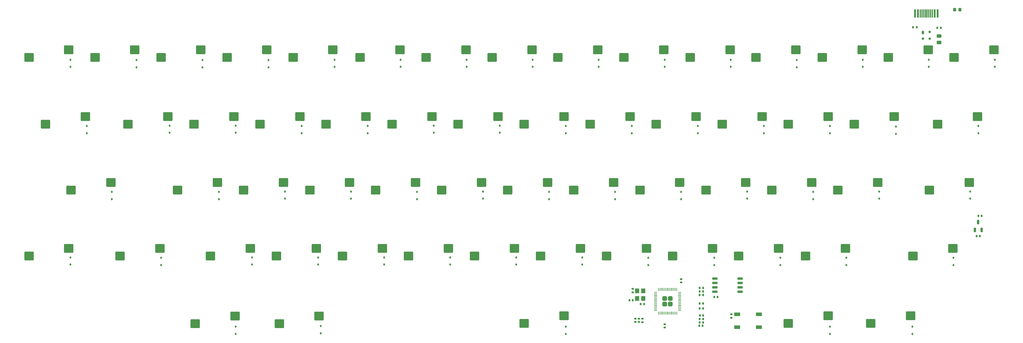
<source format=gbr>
%TF.GenerationSoftware,KiCad,Pcbnew,8.0.7*%
%TF.CreationDate,2025-01-15T11:07:51-06:00*%
%TF.ProjectId,boethia60,626f6574-6869-4613-9630-2e6b69636164,rev?*%
%TF.SameCoordinates,Original*%
%TF.FileFunction,Paste,Top*%
%TF.FilePolarity,Positive*%
%FSLAX46Y46*%
G04 Gerber Fmt 4.6, Leading zero omitted, Abs format (unit mm)*
G04 Created by KiCad (PCBNEW 8.0.7) date 2025-01-15 11:07:51*
%MOMM*%
%LPD*%
G01*
G04 APERTURE LIST*
G04 Aperture macros list*
%AMRoundRect*
0 Rectangle with rounded corners*
0 $1 Rounding radius*
0 $2 $3 $4 $5 $6 $7 $8 $9 X,Y pos of 4 corners*
0 Add a 4 corners polygon primitive as box body*
4,1,4,$2,$3,$4,$5,$6,$7,$8,$9,$2,$3,0*
0 Add four circle primitives for the rounded corners*
1,1,$1+$1,$2,$3*
1,1,$1+$1,$4,$5*
1,1,$1+$1,$6,$7*
1,1,$1+$1,$8,$9*
0 Add four rect primitives between the rounded corners*
20,1,$1+$1,$2,$3,$4,$5,0*
20,1,$1+$1,$4,$5,$6,$7,0*
20,1,$1+$1,$6,$7,$8,$9,0*
20,1,$1+$1,$8,$9,$2,$3,0*%
G04 Aperture macros list end*
%ADD10RoundRect,0.175000X-0.175000X-0.325000X0.175000X-0.325000X0.175000X0.325000X-0.175000X0.325000X0*%
%ADD11RoundRect,0.150000X-0.200000X-0.150000X0.200000X-0.150000X0.200000X0.150000X-0.200000X0.150000X0*%
%ADD12RoundRect,0.150000X0.150000X-0.512500X0.150000X0.512500X-0.150000X0.512500X-0.150000X-0.512500X0*%
%ADD13RoundRect,0.135000X0.185000X-0.135000X0.185000X0.135000X-0.185000X0.135000X-0.185000X-0.135000X0*%
%ADD14RoundRect,0.135000X-0.135000X-0.185000X0.135000X-0.185000X0.135000X0.185000X-0.135000X0.185000X0*%
%ADD15RoundRect,0.135000X0.135000X0.185000X-0.135000X0.185000X-0.135000X-0.185000X0.135000X-0.185000X0*%
%ADD16RoundRect,0.243750X-0.456250X0.243750X-0.456250X-0.243750X0.456250X-0.243750X0.456250X0.243750X0*%
%ADD17RoundRect,0.112500X0.112500X-0.187500X0.112500X0.187500X-0.112500X0.187500X-0.112500X-0.187500X0*%
%ADD18RoundRect,0.260000X-1.065000X-1.040000X1.065000X-1.040000X1.065000X1.040000X-1.065000X1.040000X0*%
%ADD19RoundRect,0.140000X-0.140000X-0.170000X0.140000X-0.170000X0.140000X0.170000X-0.140000X0.170000X0*%
%ADD20RoundRect,0.050000X-0.387500X0.050000X-0.387500X-0.050000X0.387500X-0.050000X0.387500X0.050000X0*%
%ADD21RoundRect,0.050000X-0.050000X0.387500X-0.050000X-0.387500X0.050000X-0.387500X0.050000X0.387500X0*%
%ADD22RoundRect,0.249999X-0.395001X0.395001X-0.395001X-0.395001X0.395001X-0.395001X0.395001X0.395001X0*%
%ADD23R,0.600000X2.450000*%
%ADD24R,0.300000X2.450000*%
%ADD25RoundRect,0.140000X-0.170000X0.140000X-0.170000X-0.140000X0.170000X-0.140000X0.170000X0.140000X0*%
%ADD26R,1.800000X1.100000*%
%ADD27RoundRect,0.140000X0.170000X-0.140000X0.170000X0.140000X-0.170000X0.140000X-0.170000X-0.140000X0*%
%ADD28RoundRect,0.140000X0.140000X0.170000X-0.140000X0.170000X-0.140000X-0.170000X0.140000X-0.170000X0*%
%ADD29R,1.200000X1.400000*%
%ADD30RoundRect,0.218750X-0.218750X-0.256250X0.218750X-0.256250X0.218750X0.256250X-0.218750X0.256250X0*%
%ADD31RoundRect,0.150000X0.650000X0.150000X-0.650000X0.150000X-0.650000X-0.150000X0.650000X-0.150000X0*%
G04 APERTURE END LIST*
D10*
%TO.C,U2*%
X261001000Y-22745000D03*
D11*
X261001000Y-24445000D03*
X263001000Y-24445000D03*
X263001000Y-22545000D03*
%TD*%
D12*
%TO.C,U1*%
X276037000Y-79745000D03*
X277937000Y-79745000D03*
X276987000Y-77470000D03*
%TD*%
D13*
%TO.C,R7*%
X205740000Y-105160000D03*
X205740000Y-104140000D03*
%TD*%
D14*
%TO.C,R6*%
X265197500Y-21336000D03*
X266217500Y-21336000D03*
%TD*%
D15*
%TO.C,R5*%
X259209000Y-21209000D03*
X258189000Y-21209000D03*
%TD*%
D14*
%TO.C,R4*%
X196594000Y-101000000D03*
X197614000Y-101000000D03*
%TD*%
D15*
%TO.C,R3*%
X197614000Y-102500000D03*
X196594000Y-102500000D03*
%TD*%
D14*
%TO.C,R2*%
X179578000Y-101219000D03*
X180598000Y-101219000D03*
%TD*%
D13*
%TO.C,R1*%
X180086000Y-106428000D03*
X180086000Y-105408000D03*
%TD*%
D16*
%TO.C,F1*%
X265684000Y-23703500D03*
X265684000Y-25578500D03*
%TD*%
D17*
%TO.C,D33*%
X210343750Y-70756250D03*
X210343750Y-68656250D03*
%TD*%
D18*
%TO.C,SW32*%
X247957500Y-66050000D03*
X236467500Y-68250000D03*
%TD*%
%TO.C,SW53*%
X86032500Y-85100000D03*
X74542500Y-87300000D03*
%TD*%
D17*
%TO.C,D9*%
X129381250Y-32656250D03*
X129381250Y-30556250D03*
%TD*%
%TO.C,D45*%
X219868750Y-89950000D03*
X219868750Y-87850000D03*
%TD*%
%TO.C,D4*%
X224631250Y-32800000D03*
X224631250Y-30700000D03*
%TD*%
D18*
%TO.C,SW4*%
X243510000Y-27701250D03*
X232020000Y-29901250D03*
%TD*%
%TO.C,SW47*%
X200332500Y-85100000D03*
X188842500Y-87300000D03*
%TD*%
%TO.C,SW6*%
X205410000Y-27701250D03*
X193920000Y-29901250D03*
%TD*%
%TO.C,SW45*%
X238670000Y-85100000D03*
X227180000Y-87300000D03*
%TD*%
D17*
%TO.C,D46*%
X200818750Y-89950000D03*
X200818750Y-87850000D03*
%TD*%
%TO.C,D51*%
X105568750Y-89806250D03*
X105568750Y-87706250D03*
%TD*%
D19*
%TO.C,C10*%
X196624000Y-106500000D03*
X197584000Y-106500000D03*
%TD*%
D17*
%TO.C,D10*%
X110331250Y-32656250D03*
X110331250Y-30556250D03*
%TD*%
D18*
%TO.C,SW36*%
X171757500Y-66062500D03*
X160267500Y-68262500D03*
%TD*%
D20*
%TO.C,U3*%
X190800500Y-97818800D03*
X190800500Y-98218800D03*
X190800500Y-98618800D03*
X190800500Y-99018800D03*
X190800500Y-99418800D03*
X190800500Y-99818800D03*
X190800500Y-100218800D03*
X190800500Y-100618800D03*
X190800500Y-101018800D03*
X190800500Y-101418800D03*
X190800500Y-101818800D03*
X190800500Y-102218800D03*
X190800500Y-102618800D03*
X190800500Y-103018800D03*
D21*
X189963000Y-103856300D03*
X189563000Y-103856300D03*
X189163000Y-103856300D03*
X188763000Y-103856300D03*
X188363000Y-103856300D03*
X187963000Y-103856300D03*
X187563000Y-103856300D03*
X187163000Y-103856300D03*
X186763000Y-103856300D03*
X186363000Y-103856300D03*
X185963000Y-103856300D03*
X185563000Y-103856300D03*
X185163000Y-103856300D03*
X184763000Y-103856300D03*
D20*
X183925500Y-103018800D03*
X183925500Y-102618800D03*
X183925500Y-102218800D03*
X183925500Y-101818800D03*
X183925500Y-101418800D03*
X183925500Y-101018800D03*
X183925500Y-100618800D03*
X183925500Y-100218800D03*
X183925500Y-99818800D03*
X183925500Y-99418800D03*
X183925500Y-99018800D03*
X183925500Y-98618800D03*
X183925500Y-98218800D03*
X183925500Y-97818800D03*
D21*
X184763000Y-96981300D03*
X185163000Y-96981300D03*
X185563000Y-96981300D03*
X185963000Y-96981300D03*
X186363000Y-96981300D03*
X186763000Y-96981300D03*
X187163000Y-96981300D03*
X187563000Y-96981300D03*
X187963000Y-96981300D03*
X188363000Y-96981300D03*
X188763000Y-96981300D03*
X189163000Y-96981300D03*
X189563000Y-96981300D03*
X189963000Y-96981300D03*
D22*
X186563000Y-101218800D03*
X188163000Y-101218800D03*
X186563000Y-99618800D03*
X188163000Y-99618800D03*
%TD*%
D18*
%TO.C,SW10*%
X129210000Y-27701250D03*
X117720000Y-29901250D03*
%TD*%
%TO.C,SW58*%
X233670000Y-104556250D03*
X222180000Y-106756250D03*
%TD*%
%TO.C,SW7*%
X186282500Y-27701250D03*
X174792500Y-29901250D03*
%TD*%
%TO.C,SW31*%
X274388750Y-66050000D03*
X262898750Y-68250000D03*
%TD*%
%TO.C,SW9*%
X148260000Y-27701250D03*
X136770000Y-29901250D03*
%TD*%
D23*
%TO.C,USB1*%
X265226000Y-17199000D03*
X264451000Y-17199000D03*
D24*
X263751000Y-17199000D03*
X263251000Y-17199000D03*
X262751000Y-17199000D03*
X262251000Y-17199000D03*
X261751000Y-17199000D03*
X261251000Y-17199000D03*
X260751000Y-17199000D03*
X260251000Y-17199000D03*
D23*
X259551000Y-17199000D03*
X258776000Y-17199000D03*
%TD*%
D17*
%TO.C,D49*%
X143668750Y-89806250D03*
X143668750Y-87706250D03*
%TD*%
D19*
%TO.C,C16*%
X200843000Y-99187000D03*
X201803000Y-99187000D03*
%TD*%
D25*
%TO.C,C7*%
X186500000Y-107000000D03*
X186500000Y-107960000D03*
%TD*%
D18*
%TO.C,SW15*%
X33645000Y-27701250D03*
X22155000Y-29901250D03*
%TD*%
D19*
%TO.C,C12*%
X196520000Y-107500000D03*
X197480000Y-107500000D03*
%TD*%
D17*
%TO.C,D60*%
X62706250Y-109793750D03*
X62706250Y-107693750D03*
%TD*%
D25*
%TO.C,C4*%
X177292000Y-96830000D03*
X177292000Y-97790000D03*
%TD*%
D18*
%TO.C,SW14*%
X52695000Y-27701250D03*
X41205000Y-29901250D03*
%TD*%
D17*
%TO.C,D54*%
X41275000Y-89950000D03*
X41275000Y-87850000D03*
%TD*%
D19*
%TO.C,C8*%
X196624000Y-97536000D03*
X197584000Y-97536000D03*
%TD*%
D17*
%TO.C,D5*%
X205581250Y-32656250D03*
X205581250Y-30556250D03*
%TD*%
D18*
%TO.C,SW24*%
X138420000Y-47000000D03*
X126930000Y-49200000D03*
%TD*%
D25*
%TO.C,C6*%
X178054000Y-105438000D03*
X178054000Y-106398000D03*
%TD*%
D18*
%TO.C,SW50*%
X143182500Y-85100000D03*
X131692500Y-87300000D03*
%TD*%
D17*
%TO.C,D6*%
X186531250Y-32656250D03*
X186531250Y-30556250D03*
%TD*%
D18*
%TO.C,SW17*%
X276770000Y-47000000D03*
X265280000Y-49200000D03*
%TD*%
%TO.C,SW44*%
X269626250Y-85100000D03*
X258136250Y-87300000D03*
%TD*%
D19*
%TO.C,C13*%
X196690000Y-104500000D03*
X197650000Y-104500000D03*
%TD*%
D18*
%TO.C,SW5*%
X224382500Y-27701250D03*
X212892500Y-29901250D03*
%TD*%
D17*
%TO.C,D53*%
X67468750Y-89806250D03*
X67468750Y-87706250D03*
%TD*%
%TO.C,D27*%
X62706250Y-51706250D03*
X62706250Y-49606250D03*
%TD*%
D18*
%TO.C,SW21*%
X195570000Y-47000000D03*
X184080000Y-49200000D03*
%TD*%
%TO.C,SW20*%
X214620000Y-47000000D03*
X203130000Y-49200000D03*
%TD*%
D17*
%TO.C,D28*%
X43656250Y-51706250D03*
X43656250Y-49606250D03*
%TD*%
%TO.C,D32*%
X229393750Y-70900000D03*
X229393750Y-68800000D03*
%TD*%
D18*
%TO.C,SW43*%
X26738750Y-66050000D03*
X15248750Y-68250000D03*
%TD*%
%TO.C,SW34*%
X209927500Y-66062500D03*
X198437500Y-68262500D03*
%TD*%
D17*
%TO.C,D1*%
X281781250Y-32656250D03*
X281781250Y-30556250D03*
%TD*%
D19*
%TO.C,C2*%
X277015000Y-75692000D03*
X277975000Y-75692000D03*
%TD*%
D17*
%TO.C,D52*%
X86518750Y-89806250D03*
X86518750Y-87706250D03*
%TD*%
D18*
%TO.C,SW16*%
X14595000Y-27701250D03*
X3105000Y-29901250D03*
%TD*%
%TO.C,SW2*%
X281532500Y-27701250D03*
X270042500Y-29901250D03*
%TD*%
%TO.C,SW40*%
X95627500Y-66062500D03*
X84137500Y-68262500D03*
%TD*%
%TO.C,SW60*%
X86826250Y-104695000D03*
X75336250Y-106895000D03*
%TD*%
D17*
%TO.C,D56*%
X257968750Y-109793750D03*
X257968750Y-107693750D03*
%TD*%
%TO.C,D29*%
X19843750Y-51850000D03*
X19843750Y-49750000D03*
%TD*%
D18*
%TO.C,SW3*%
X262560000Y-27701250D03*
X251070000Y-29901250D03*
%TD*%
D17*
%TO.C,D42*%
X26987500Y-70900000D03*
X26987500Y-68800000D03*
%TD*%
D18*
%TO.C,SW28*%
X62220000Y-47000000D03*
X50730000Y-49200000D03*
%TD*%
D17*
%TO.C,D36*%
X153193750Y-70900000D03*
X153193750Y-68800000D03*
%TD*%
%TO.C,D38*%
X115093750Y-70900000D03*
X115093750Y-68800000D03*
%TD*%
%TO.C,D15*%
X15081250Y-32656250D03*
X15081250Y-30556250D03*
%TD*%
D18*
%TO.C,SW39*%
X114607500Y-66062500D03*
X103117500Y-68262500D03*
%TD*%
D19*
%TO.C,C1*%
X176332000Y-100076000D03*
X177292000Y-100076000D03*
%TD*%
D18*
%TO.C,SW25*%
X119370000Y-47000000D03*
X107880000Y-49200000D03*
%TD*%
D19*
%TO.C,C15*%
X196624000Y-96520000D03*
X197584000Y-96520000D03*
%TD*%
D17*
%TO.C,D20*%
X196056250Y-51850000D03*
X196056250Y-49750000D03*
%TD*%
D18*
%TO.C,SW22*%
X176520000Y-47000000D03*
X165030000Y-49200000D03*
%TD*%
D26*
%TO.C,SW1*%
X213666000Y-107895000D03*
X207466000Y-107895000D03*
X213666000Y-104195000D03*
X207466000Y-104195000D03*
%TD*%
D17*
%TO.C,D59*%
X87312500Y-109650000D03*
X87312500Y-107550000D03*
%TD*%
D18*
%TO.C,SW55*%
X40858750Y-85112500D03*
X29368750Y-87312500D03*
%TD*%
%TO.C,SW54*%
X66982500Y-85100000D03*
X55492500Y-87300000D03*
%TD*%
D27*
%TO.C,C9*%
X191262000Y-94968000D03*
X191262000Y-94008000D03*
%TD*%
D18*
%TO.C,SW29*%
X43170000Y-47000000D03*
X31680000Y-49200000D03*
%TD*%
D17*
%TO.C,D11*%
X91281250Y-32656250D03*
X91281250Y-30556250D03*
%TD*%
D18*
%TO.C,SW46*%
X219382500Y-85100000D03*
X207892500Y-87300000D03*
%TD*%
D17*
%TO.C,D24*%
X119856250Y-51706250D03*
X119856250Y-49606250D03*
%TD*%
D18*
%TO.C,SW23*%
X157470000Y-47000000D03*
X145980000Y-49200000D03*
%TD*%
D17*
%TO.C,D19*%
X215106250Y-51850000D03*
X215106250Y-49750000D03*
%TD*%
D18*
%TO.C,SW35*%
X190881000Y-66040000D03*
X179391000Y-68240000D03*
%TD*%
%TO.C,SW37*%
X152707500Y-66062500D03*
X141217500Y-68262500D03*
%TD*%
D17*
%TO.C,D3*%
X243681250Y-32656250D03*
X243681250Y-30556250D03*
%TD*%
D28*
%TO.C,C3*%
X277467000Y-81534000D03*
X276507000Y-81534000D03*
%TD*%
D17*
%TO.C,D48*%
X162718750Y-89806250D03*
X162718750Y-87706250D03*
%TD*%
%TO.C,D7*%
X167481250Y-32656250D03*
X167481250Y-30556250D03*
%TD*%
D19*
%TO.C,C5*%
X196624000Y-105500000D03*
X197584000Y-105500000D03*
%TD*%
D18*
%TO.C,SW12*%
X90795000Y-27701250D03*
X79305000Y-29901250D03*
%TD*%
%TO.C,SW26*%
X100320000Y-47000000D03*
X88830000Y-49200000D03*
%TD*%
D29*
%TO.C,Y1*%
X180301000Y-99601200D03*
X180301000Y-97401200D03*
X178601000Y-97401200D03*
X178601000Y-99601200D03*
%TD*%
D18*
%TO.C,SW61*%
X62535000Y-104695000D03*
X51045000Y-106895000D03*
%TD*%
D17*
%TO.C,D34*%
X191293750Y-70900000D03*
X191293750Y-68800000D03*
%TD*%
D18*
%TO.C,SW52*%
X105082500Y-85100000D03*
X93592500Y-87300000D03*
%TD*%
D17*
%TO.C,D31*%
X248443750Y-70756250D03*
X248443750Y-68656250D03*
%TD*%
D18*
%TO.C,SW41*%
X76507500Y-66062500D03*
X65017500Y-68262500D03*
%TD*%
%TO.C,SW27*%
X81270000Y-47000000D03*
X69780000Y-49200000D03*
%TD*%
%TO.C,SW56*%
X14595000Y-85112500D03*
X3105000Y-87312500D03*
%TD*%
D17*
%TO.C,D13*%
X53181250Y-32800000D03*
X53181250Y-30700000D03*
%TD*%
%TO.C,D47*%
X181768750Y-89950000D03*
X181768750Y-87850000D03*
%TD*%
D18*
%TO.C,SW59*%
X157470000Y-104556250D03*
X145980000Y-106756250D03*
%TD*%
D17*
%TO.C,D55*%
X15081250Y-89806250D03*
X15081250Y-87706250D03*
%TD*%
%TO.C,D57*%
X234156250Y-109793750D03*
X234156250Y-107693750D03*
%TD*%
D18*
%TO.C,SW11*%
X110160000Y-27701250D03*
X98670000Y-29901250D03*
%TD*%
D17*
%TO.C,D35*%
X172243750Y-70900000D03*
X172243750Y-68800000D03*
%TD*%
D25*
%TO.C,C14*%
X179070000Y-105410000D03*
X179070000Y-106370000D03*
%TD*%
D17*
%TO.C,D12*%
X72231250Y-32800000D03*
X72231250Y-30700000D03*
%TD*%
D18*
%TO.C,SW57*%
X257482500Y-104556250D03*
X245992500Y-106756250D03*
%TD*%
D17*
%TO.C,D26*%
X81756250Y-51850000D03*
X81756250Y-49750000D03*
%TD*%
D18*
%TO.C,SW42*%
X57457500Y-66062500D03*
X45967500Y-68262500D03*
%TD*%
D17*
%TO.C,D8*%
X148431250Y-32656250D03*
X148431250Y-30556250D03*
%TD*%
%TO.C,D16*%
X277018750Y-51850000D03*
X277018750Y-49750000D03*
%TD*%
%TO.C,D43*%
X269875000Y-89950000D03*
X269875000Y-87850000D03*
%TD*%
D18*
%TO.C,SW13*%
X71745000Y-27701250D03*
X60255000Y-29901250D03*
%TD*%
D17*
%TO.C,D44*%
X238918750Y-89950000D03*
X238918750Y-87850000D03*
%TD*%
%TO.C,D21*%
X177006250Y-51850000D03*
X177006250Y-49750000D03*
%TD*%
%TO.C,D22*%
X157956250Y-51850000D03*
X157956250Y-49750000D03*
%TD*%
%TO.C,D18*%
X234156250Y-51850000D03*
X234156250Y-49750000D03*
%TD*%
%TO.C,D2*%
X262731250Y-32656250D03*
X262731250Y-30556250D03*
%TD*%
D18*
%TO.C,SW30*%
X19357500Y-47000000D03*
X7867500Y-49200000D03*
%TD*%
%TO.C,SW8*%
X167232500Y-27701250D03*
X155742500Y-29901250D03*
%TD*%
%TO.C,SW51*%
X124132500Y-85100000D03*
X112642500Y-87300000D03*
%TD*%
D17*
%TO.C,D50*%
X124618750Y-89806250D03*
X124618750Y-87706250D03*
%TD*%
D18*
%TO.C,SW19*%
X233670000Y-47000000D03*
X222180000Y-49200000D03*
%TD*%
D17*
%TO.C,D30*%
X274637500Y-70756250D03*
X274637500Y-68656250D03*
%TD*%
D18*
%TO.C,SW38*%
X133657500Y-66062500D03*
X122167500Y-68262500D03*
%TD*%
D17*
%TO.C,D37*%
X134143750Y-70756250D03*
X134143750Y-68656250D03*
%TD*%
%TO.C,D17*%
X253206250Y-51993750D03*
X253206250Y-49893750D03*
%TD*%
%TO.C,D39*%
X96043750Y-70756250D03*
X96043750Y-68656250D03*
%TD*%
%TO.C,D25*%
X100806250Y-51850000D03*
X100806250Y-49750000D03*
%TD*%
%TO.C,D23*%
X138906250Y-51706250D03*
X138906250Y-49606250D03*
%TD*%
%TO.C,D58*%
X157956250Y-109793750D03*
X157956250Y-107693750D03*
%TD*%
D30*
%TO.C,FB1*%
X270150000Y-16129000D03*
X271725000Y-16129000D03*
%TD*%
D18*
%TO.C,SW49*%
X162232500Y-85100000D03*
X150742500Y-87300000D03*
%TD*%
D17*
%TO.C,D14*%
X34131250Y-32800000D03*
X34131250Y-30700000D03*
%TD*%
D18*
%TO.C,SW48*%
X181282500Y-85100000D03*
X169792500Y-87300000D03*
%TD*%
%TO.C,SW33*%
X228907500Y-66050000D03*
X217417500Y-68250000D03*
%TD*%
D31*
%TO.C,U4*%
X208241000Y-97663000D03*
X208241000Y-96393000D03*
X208241000Y-95123000D03*
X208241000Y-93853000D03*
X201041000Y-93853000D03*
X201041000Y-95123000D03*
X201041000Y-96393000D03*
X201041000Y-97663000D03*
%TD*%
D18*
%TO.C,SW18*%
X252720000Y-47000000D03*
X241230000Y-49200000D03*
%TD*%
D17*
%TO.C,D41*%
X57943750Y-70900000D03*
X57943750Y-68800000D03*
%TD*%
%TO.C,D40*%
X76993750Y-70756250D03*
X76993750Y-68656250D03*
%TD*%
D19*
%TO.C,C11*%
X196624000Y-98552000D03*
X197584000Y-98552000D03*
%TD*%
M02*

</source>
